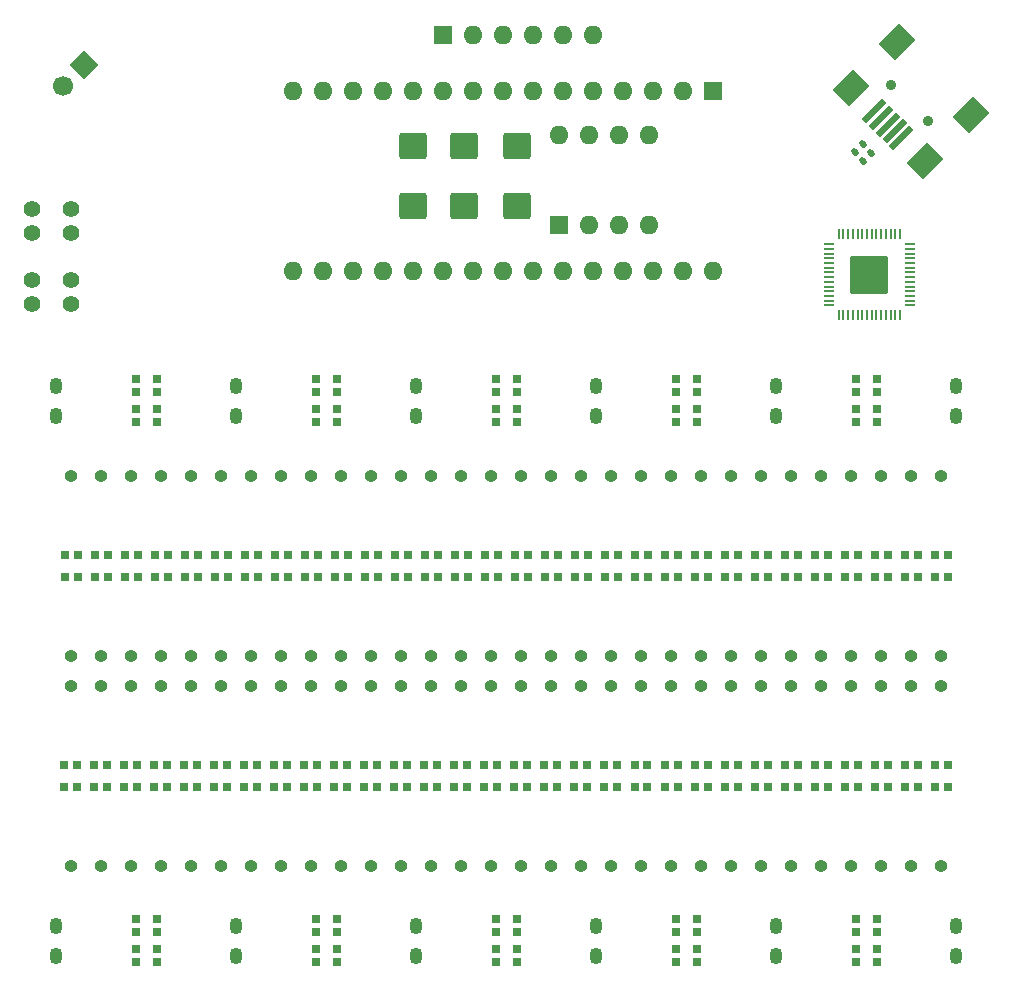
<source format=gts>
G04 #@! TF.GenerationSoftware,KiCad,Pcbnew,(7.0.0-rc1-358-g86c12d35b4)*
G04 #@! TF.CreationDate,2023-05-11T11:50:55-07:00*
G04 #@! TF.ProjectId,Jumperless2,4a756d70-6572-46c6-9573-73322e6b6963,rev?*
G04 #@! TF.SameCoordinates,Original*
G04 #@! TF.FileFunction,Soldermask,Top*
G04 #@! TF.FilePolarity,Negative*
%FSLAX46Y46*%
G04 Gerber Fmt 4.6, Leading zero omitted, Abs format (unit mm)*
G04 Created by KiCad (PCBNEW (7.0.0-rc1-358-g86c12d35b4)) date 2023-05-11 11:50:55*
%MOMM*%
%LPD*%
G01*
G04 APERTURE LIST*
G04 Aperture macros list*
%AMRoundRect*
0 Rectangle with rounded corners*
0 $1 Rounding radius*
0 $2 $3 $4 $5 $6 $7 $8 $9 X,Y pos of 4 corners*
0 Add a 4 corners polygon primitive as box body*
4,1,4,$2,$3,$4,$5,$6,$7,$8,$9,$2,$3,0*
0 Add four circle primitives for the rounded corners*
1,1,$1+$1,$2,$3*
1,1,$1+$1,$4,$5*
1,1,$1+$1,$6,$7*
1,1,$1+$1,$8,$9*
0 Add four rect primitives between the rounded corners*
20,1,$1+$1,$2,$3,$4,$5,0*
20,1,$1+$1,$4,$5,$6,$7,0*
20,1,$1+$1,$6,$7,$8,$9,0*
20,1,$1+$1,$8,$9,$2,$3,0*%
%AMHorizOval*
0 Thick line with rounded ends*
0 $1 width*
0 $2 $3 position (X,Y) of the first rounded end (center of the circle)*
0 $4 $5 position (X,Y) of the second rounded end (center of the circle)*
0 Add line between two ends*
20,1,$1,$2,$3,$4,$5,0*
0 Add two circle primitives to create the rounded ends*
1,1,$1,$2,$3*
1,1,$1,$4,$5*%
%AMRotRect*
0 Rectangle, with rotation*
0 The origin of the aperture is its center*
0 $1 length*
0 $2 width*
0 $3 Rotation angle, in degrees counterclockwise*
0 Add horizontal line*
21,1,$1,$2,0,0,$3*%
G04 Aperture macros list end*
%ADD10O,1.100000X1.400000*%
%ADD11O,1.100000X1.000000*%
%ADD12R,0.700000X0.700000*%
%ADD13R,1.600000X1.600000*%
%ADD14O,1.600000X1.600000*%
%ADD15C,0.900000*%
%ADD16RotRect,0.500000X2.500000X135.000000*%
%ADD17RotRect,2.000000X2.500000X135.000000*%
%ADD18RoundRect,0.250000X-0.925000X0.875000X-0.925000X-0.875000X0.925000X-0.875000X0.925000X0.875000X0*%
%ADD19C,1.400000*%
%ADD20RoundRect,0.140000X-0.021213X0.219203X-0.219203X0.021213X0.021213X-0.219203X0.219203X-0.021213X0*%
%ADD21RotRect,1.700000X1.700000X315.000000*%
%ADD22HorizOval,1.700000X0.000000X0.000000X0.000000X0.000000X0*%
%ADD23R,1.500000X1.500000*%
%ADD24RoundRect,0.050000X-0.387500X-0.050000X0.387500X-0.050000X0.387500X0.050000X-0.387500X0.050000X0*%
%ADD25RoundRect,0.050000X-0.050000X-0.387500X0.050000X-0.387500X0.050000X0.387500X-0.050000X0.387500X0*%
%ADD26RoundRect,0.144000X-1.456000X-1.456000X1.456000X-1.456000X1.456000X1.456000X-1.456000X1.456000X0*%
G04 APERTURE END LIST*
D10*
G04 #@! TO.C,J4*
X37769999Y-138417299D03*
X53009999Y-138417299D03*
X53009999Y-138417299D03*
X68249999Y-138417299D03*
X68249999Y-138417299D03*
X83489999Y-138417299D03*
X83489999Y-138417299D03*
X98729999Y-138417299D03*
X98729999Y-138417299D03*
X113969999Y-138417299D03*
D11*
X39039999Y-143497299D03*
X39039999Y-158737299D03*
X39039999Y-158737299D03*
X41579999Y-143497299D03*
X41579999Y-158737299D03*
X44119999Y-143497299D03*
X44119999Y-158737299D03*
X46659999Y-143497299D03*
X46659999Y-158737299D03*
X49199999Y-143497299D03*
X49199999Y-158737299D03*
X51739999Y-143497299D03*
X51739999Y-158737299D03*
X54279999Y-143497299D03*
X54279999Y-158737299D03*
X56819999Y-143497299D03*
X56819999Y-158737299D03*
X59359999Y-143497299D03*
X59359999Y-158737299D03*
X61899999Y-143497299D03*
X61899999Y-158737299D03*
X64439999Y-143497299D03*
X64439999Y-158737299D03*
X66979999Y-143497299D03*
X66979999Y-158737299D03*
X69519999Y-143497299D03*
X69519999Y-158737299D03*
X72059999Y-143497299D03*
X72059999Y-158737299D03*
X74599999Y-143497299D03*
X74599999Y-158737299D03*
X77139999Y-143497299D03*
X77139999Y-158737299D03*
X79679999Y-143497299D03*
X79679999Y-158737299D03*
X82219999Y-143497299D03*
X82219999Y-158737299D03*
X84759999Y-143497299D03*
X84759999Y-158737299D03*
X87299999Y-143497299D03*
X87299999Y-158737299D03*
X89839999Y-143497299D03*
X89839999Y-158737299D03*
X92379999Y-143497299D03*
X92379999Y-158737299D03*
X94919999Y-143497299D03*
X94919999Y-158737299D03*
X97459999Y-143497299D03*
X97459999Y-158737299D03*
X99999999Y-143497299D03*
X99999999Y-158737299D03*
X102539999Y-143497299D03*
X102539999Y-158737299D03*
X105079999Y-143497299D03*
X105079999Y-158737299D03*
X107619999Y-143497299D03*
X107619999Y-158737299D03*
X110159999Y-143497299D03*
X110159999Y-158737299D03*
X112699999Y-143497299D03*
X112699999Y-158737299D03*
D10*
X37769999Y-135877299D03*
X53009999Y-135877299D03*
X53009999Y-135877299D03*
X68249999Y-135877299D03*
X68249999Y-135877299D03*
X83489999Y-135877299D03*
X83489999Y-135877299D03*
X98729999Y-135877299D03*
X98729999Y-135877299D03*
X113969999Y-135877299D03*
X37769999Y-184149999D03*
X53009999Y-184137299D03*
X53009999Y-184137299D03*
X68249999Y-184137299D03*
X68249999Y-184137299D03*
X83489999Y-184137299D03*
X83489999Y-184137299D03*
X98729999Y-184137299D03*
X98729999Y-184137299D03*
X113969999Y-184137299D03*
D11*
X39039999Y-161277299D03*
X39039999Y-176517299D03*
X41579999Y-161277299D03*
X41579999Y-176517299D03*
X44119999Y-161277299D03*
X44119999Y-176517299D03*
X46659999Y-161277299D03*
X46659999Y-176517299D03*
X49199999Y-161277299D03*
X49199999Y-176517299D03*
X51739999Y-161277299D03*
X51739999Y-176517299D03*
X54279999Y-161277299D03*
X54279999Y-176517299D03*
X56819999Y-161277299D03*
X56819999Y-176517299D03*
X59359999Y-161277299D03*
X59359999Y-176517299D03*
X61899999Y-161277299D03*
X61899999Y-176517299D03*
X64439999Y-161277299D03*
X64439999Y-176517299D03*
X66979999Y-161277299D03*
X66979999Y-176517299D03*
X69519999Y-161277299D03*
X69519999Y-176517299D03*
X72059999Y-161277299D03*
X72059999Y-176517299D03*
X74599999Y-161277299D03*
X74599999Y-176517299D03*
X77139999Y-161277299D03*
X77139999Y-176517299D03*
X79679999Y-161277299D03*
X79679999Y-176517299D03*
X82219999Y-161277299D03*
X82219999Y-176517299D03*
X84759999Y-161277299D03*
X84759999Y-176517299D03*
X87299999Y-161277299D03*
X87299999Y-176517299D03*
X89839999Y-161277299D03*
X89839999Y-176517299D03*
X92379999Y-161277299D03*
X92379999Y-176517299D03*
X94919999Y-161277299D03*
X94919999Y-176517299D03*
X97459999Y-161277299D03*
X97459999Y-176517299D03*
X99999999Y-161277299D03*
X99999999Y-176517299D03*
X102539999Y-161277299D03*
X102539999Y-176517299D03*
X105079999Y-161277299D03*
X105079999Y-176517299D03*
X107619999Y-161277299D03*
X107619999Y-176517299D03*
X110159999Y-161277299D03*
X110159999Y-176517299D03*
X112699999Y-161277299D03*
X112699999Y-176517299D03*
D10*
X37769999Y-181609999D03*
X53009999Y-181597299D03*
X53009999Y-181597299D03*
X68249999Y-181609999D03*
X68249999Y-181609999D03*
X83489999Y-181597299D03*
X83489999Y-181597299D03*
X98729999Y-181597299D03*
X98729999Y-181597299D03*
X113969999Y-181597299D03*
G04 #@! TD*
D12*
G04 #@! TO.C,D23*
X94385599Y-152044399D03*
X95485599Y-152044399D03*
X95485599Y-150214399D03*
X94385599Y-150214399D03*
G04 #@! TD*
G04 #@! TO.C,D37*
X53671399Y-169823799D03*
X54771399Y-169823799D03*
X54771399Y-167993799D03*
X53671399Y-167993799D03*
G04 #@! TD*
G04 #@! TO.C,D20*
X86757799Y-152045599D03*
X87857799Y-152045599D03*
X87857799Y-150215599D03*
X86757799Y-150215599D03*
G04 #@! TD*
G04 #@! TO.C,D25*
X99465599Y-152044399D03*
X100565599Y-152044399D03*
X100565599Y-150214399D03*
X99465599Y-150214399D03*
G04 #@! TD*
G04 #@! TO.C,D33*
X43511399Y-169823799D03*
X44611399Y-169823799D03*
X44611399Y-167993799D03*
X43511399Y-167993799D03*
G04 #@! TD*
G04 #@! TO.C,D60*
X112132399Y-169824399D03*
X113232399Y-169824399D03*
X113232399Y-167994399D03*
X112132399Y-167994399D03*
G04 #@! TD*
G04 #@! TO.C,D36*
X51131399Y-169823799D03*
X52231399Y-169823799D03*
X52231399Y-167993799D03*
X51131399Y-167993799D03*
G04 #@! TD*
G04 #@! TO.C,D83*
X61544999Y-138979999D03*
X61544999Y-137879999D03*
X59714999Y-137879999D03*
X59714999Y-138979999D03*
G04 #@! TD*
G04 #@! TO.C,D34*
X46051399Y-169823799D03*
X47151399Y-169823799D03*
X47151399Y-167993799D03*
X46051399Y-167993799D03*
G04 #@! TD*
G04 #@! TO.C,D73*
X92024999Y-182159999D03*
X92024999Y-181059999D03*
X90194999Y-181059999D03*
X90194999Y-182159999D03*
G04 #@! TD*
G04 #@! TO.C,D12*
X66437799Y-152045599D03*
X67537799Y-152045599D03*
X67537799Y-150215599D03*
X66437799Y-150215599D03*
G04 #@! TD*
G04 #@! TO.C,D11*
X63889999Y-152045599D03*
X64989999Y-152045599D03*
X64989999Y-150215599D03*
X63889999Y-150215599D03*
G04 #@! TD*
G04 #@! TO.C,D85*
X76784999Y-136439999D03*
X76784999Y-135339999D03*
X74954999Y-135339999D03*
X74954999Y-136439999D03*
G04 #@! TD*
G04 #@! TO.C,D32*
X40971399Y-169823799D03*
X42071399Y-169823799D03*
X42071399Y-167993799D03*
X40971399Y-167993799D03*
G04 #@! TD*
G04 #@! TO.C,D80*
X46304399Y-182159999D03*
X46304399Y-181059999D03*
X44474399Y-181059999D03*
X44474399Y-182159999D03*
G04 #@! TD*
G04 #@! TO.C,D9*
X58801199Y-152044999D03*
X59901199Y-152044999D03*
X59901199Y-150214999D03*
X58801199Y-150214999D03*
G04 #@! TD*
G04 #@! TO.C,D13*
X68977799Y-152045599D03*
X70077799Y-152045599D03*
X70077799Y-150215599D03*
X68977799Y-150215599D03*
G04 #@! TD*
G04 #@! TO.C,D28*
X107085599Y-152044399D03*
X108185599Y-152044399D03*
X108185599Y-150214399D03*
X107085599Y-150214399D03*
G04 #@! TD*
G04 #@! TO.C,D58*
X107052399Y-169824399D03*
X108152399Y-169824399D03*
X108152399Y-167994399D03*
X107052399Y-167994399D03*
G04 #@! TD*
G04 #@! TO.C,D74*
X92024999Y-184699999D03*
X92024999Y-183599999D03*
X90194999Y-183599999D03*
X90194999Y-184699999D03*
G04 #@! TD*
G04 #@! TO.C,D88*
X107264999Y-136439999D03*
X107264999Y-135339999D03*
X105434999Y-135339999D03*
X105434999Y-136439999D03*
G04 #@! TD*
D13*
G04 #@! TO.C,U1*
X80323999Y-122290999D03*
D14*
X82863999Y-122290999D03*
X85403999Y-122290999D03*
X87943999Y-122290999D03*
X87943999Y-114670999D03*
X85403999Y-114670999D03*
X82863999Y-114670999D03*
X80323999Y-114670999D03*
G04 #@! TD*
D12*
G04 #@! TO.C,D31*
X38423599Y-169823799D03*
X39523599Y-169823799D03*
X39523599Y-167993799D03*
X38423599Y-167993799D03*
G04 #@! TD*
G04 #@! TO.C,D8*
X56261199Y-152044999D03*
X57361199Y-152044999D03*
X57361199Y-150214999D03*
X56261199Y-150214999D03*
G04 #@! TD*
G04 #@! TO.C,D48*
X81627999Y-169825599D03*
X82727999Y-169825599D03*
X82727999Y-167995599D03*
X81627999Y-167995599D03*
G04 #@! TD*
D15*
G04 #@! TO.C,J5*
X111557095Y-113499115D03*
X108445825Y-110387845D03*
D16*
X109294352Y-114913327D03*
X108728667Y-114347642D03*
X108162981Y-113781957D03*
X107597296Y-113216271D03*
X107031611Y-112650586D03*
D17*
X111274251Y-116893226D03*
X115163339Y-113004139D03*
X105051712Y-110670687D03*
X108940799Y-106781599D03*
G04 #@! TD*
D12*
G04 #@! TO.C,D30*
X112165599Y-152044399D03*
X113265599Y-152044399D03*
X113265599Y-150214399D03*
X112165599Y-150214399D03*
G04 #@! TD*
G04 #@! TO.C,D71*
X105434999Y-183599999D03*
X105434999Y-184699999D03*
X107264999Y-184699999D03*
X107264999Y-183599999D03*
G04 #@! TD*
G04 #@! TO.C,D35*
X48591399Y-169823799D03*
X49691399Y-169823799D03*
X49691399Y-167993799D03*
X48591399Y-167993799D03*
G04 #@! TD*
G04 #@! TO.C,D1*
X38481199Y-152044999D03*
X39581199Y-152044999D03*
X39581199Y-150214999D03*
X38481199Y-150214999D03*
G04 #@! TD*
G04 #@! TO.C,D41*
X63839199Y-169824399D03*
X64939199Y-169824399D03*
X64939199Y-167994399D03*
X63839199Y-167994399D03*
G04 #@! TD*
G04 #@! TO.C,D3*
X43561199Y-152044999D03*
X44661199Y-152044999D03*
X44661199Y-150214999D03*
X43561199Y-150214999D03*
G04 #@! TD*
G04 #@! TO.C,D49*
X84167999Y-169825599D03*
X85267999Y-169825599D03*
X85267999Y-167995599D03*
X84167999Y-167995599D03*
G04 #@! TD*
D18*
G04 #@! TO.C,C3*
X67996000Y-115560000D03*
X67996000Y-120660000D03*
G04 #@! TD*
G04 #@! TO.C,C2*
X72314000Y-115560000D03*
X72314000Y-120660000D03*
G04 #@! TD*
D12*
G04 #@! TO.C,D72*
X105434999Y-181059999D03*
X105434999Y-182159999D03*
X107264999Y-182159999D03*
X107264999Y-181059999D03*
G04 #@! TD*
G04 #@! TO.C,D6*
X51181199Y-152044999D03*
X52281199Y-152044999D03*
X52281199Y-150214999D03*
X51181199Y-150214999D03*
G04 #@! TD*
D19*
G04 #@! TO.C,SW2*
X35738000Y-120936000D03*
X35738000Y-122936000D03*
X35738000Y-126936000D03*
X35738000Y-128936000D03*
X39038000Y-120936000D03*
X39038000Y-122936000D03*
X39038000Y-126936000D03*
X39038000Y-128936000D03*
G04 #@! TD*
D12*
G04 #@! TO.C,D39*
X58751399Y-169823799D03*
X59851399Y-169823799D03*
X59851399Y-167993799D03*
X58751399Y-167993799D03*
G04 #@! TD*
G04 #@! TO.C,D86*
X76784999Y-138979999D03*
X76784999Y-137879999D03*
X74954999Y-137879999D03*
X74954999Y-138979999D03*
G04 #@! TD*
G04 #@! TO.C,D54*
X96892399Y-169824399D03*
X97992399Y-169824399D03*
X97992399Y-167994399D03*
X96892399Y-167994399D03*
G04 #@! TD*
D20*
G04 #@! TO.C,R3*
X106774822Y-116161178D03*
X106096000Y-116840000D03*
G04 #@! TD*
D21*
G04 #@! TO.C,J2*
X40144761Y-108724838D03*
D22*
X38348710Y-110520889D03*
G04 #@! TD*
D12*
G04 #@! TO.C,D17*
X79137799Y-152045599D03*
X80237799Y-152045599D03*
X80237799Y-150215599D03*
X79137799Y-150215599D03*
G04 #@! TD*
G04 #@! TO.C,D46*
X76547999Y-169825599D03*
X77647999Y-169825599D03*
X77647999Y-167995599D03*
X76547999Y-167995599D03*
G04 #@! TD*
G04 #@! TO.C,D21*
X89297799Y-152044399D03*
X90397799Y-152044399D03*
X90397799Y-150214399D03*
X89297799Y-150214399D03*
G04 #@! TD*
G04 #@! TO.C,D24*
X96925599Y-152044399D03*
X98025599Y-152044399D03*
X98025599Y-150214399D03*
X96925599Y-150214399D03*
G04 #@! TD*
G04 #@! TO.C,D18*
X81677799Y-152045599D03*
X82777799Y-152045599D03*
X82777799Y-150215599D03*
X81677799Y-150215599D03*
G04 #@! TD*
G04 #@! TO.C,D56*
X101972399Y-169824399D03*
X103072399Y-169824399D03*
X103072399Y-167994399D03*
X101972399Y-167994399D03*
G04 #@! TD*
G04 #@! TO.C,D40*
X61291399Y-169823799D03*
X62391399Y-169823799D03*
X62391399Y-167993799D03*
X61291399Y-167993799D03*
G04 #@! TD*
D23*
G04 #@! TO.C,J3*
X70535999Y-106197399D03*
D14*
X73075999Y-106197399D03*
X75615999Y-106197399D03*
X78155999Y-106197399D03*
X80695999Y-106197399D03*
X83235999Y-106197399D03*
G04 #@! TD*
D12*
G04 #@! TO.C,D50*
X86715799Y-169825599D03*
X87815799Y-169825599D03*
X87815799Y-167995599D03*
X86715799Y-167995599D03*
G04 #@! TD*
G04 #@! TO.C,D52*
X91812399Y-169824399D03*
X92912399Y-169824399D03*
X92912399Y-167994399D03*
X91812399Y-167994399D03*
G04 #@! TD*
G04 #@! TO.C,D42*
X66387999Y-169825599D03*
X67487999Y-169825599D03*
X67487999Y-167995599D03*
X66387999Y-167995599D03*
G04 #@! TD*
G04 #@! TO.C,D10*
X61341199Y-152044999D03*
X62441199Y-152044999D03*
X62441199Y-150214999D03*
X61341199Y-150214999D03*
G04 #@! TD*
G04 #@! TO.C,D15*
X74057799Y-152045599D03*
X75157799Y-152045599D03*
X75157799Y-150215599D03*
X74057799Y-150215599D03*
G04 #@! TD*
G04 #@! TO.C,D5*
X48641199Y-152044999D03*
X49741199Y-152044999D03*
X49741199Y-150214999D03*
X48641199Y-150214999D03*
G04 #@! TD*
G04 #@! TO.C,D55*
X99432399Y-169824399D03*
X100532399Y-169824399D03*
X100532399Y-167994399D03*
X99432399Y-167994399D03*
G04 #@! TD*
G04 #@! TO.C,D16*
X76597799Y-152045599D03*
X77697799Y-152045599D03*
X77697799Y-150215599D03*
X76597799Y-150215599D03*
G04 #@! TD*
G04 #@! TO.C,D19*
X84217799Y-152045599D03*
X85317799Y-152045599D03*
X85317799Y-150215599D03*
X84217799Y-150215599D03*
G04 #@! TD*
G04 #@! TO.C,D45*
X74007999Y-169825599D03*
X75107999Y-169825599D03*
X75107999Y-167995599D03*
X74007999Y-167995599D03*
G04 #@! TD*
G04 #@! TO.C,D53*
X94352399Y-169824399D03*
X95452399Y-169824399D03*
X95452399Y-167994399D03*
X94352399Y-167994399D03*
G04 #@! TD*
G04 #@! TO.C,D43*
X68927999Y-169825599D03*
X70027999Y-169825599D03*
X70027999Y-167995599D03*
X68927999Y-167995599D03*
G04 #@! TD*
G04 #@! TO.C,D14*
X71517799Y-152045599D03*
X72617799Y-152045599D03*
X72617799Y-150215599D03*
X71517799Y-150215599D03*
G04 #@! TD*
G04 #@! TO.C,D87*
X107264999Y-138979999D03*
X107264999Y-137879999D03*
X105434999Y-137879999D03*
X105434999Y-138979999D03*
G04 #@! TD*
G04 #@! TO.C,D38*
X56211399Y-169823799D03*
X57311399Y-169823799D03*
X57311399Y-167993799D03*
X56211399Y-167993799D03*
G04 #@! TD*
G04 #@! TO.C,D4*
X46101199Y-152044999D03*
X47201199Y-152044999D03*
X47201199Y-150214999D03*
X46101199Y-150214999D03*
G04 #@! TD*
G04 #@! TO.C,D82*
X46304999Y-138979999D03*
X46304999Y-137879999D03*
X44474999Y-137879999D03*
X44474999Y-138979999D03*
G04 #@! TD*
G04 #@! TO.C,D7*
X53721199Y-152044999D03*
X54821199Y-152044999D03*
X54821199Y-150214999D03*
X53721199Y-150214999D03*
G04 #@! TD*
G04 #@! TO.C,D81*
X46304999Y-136439999D03*
X46304999Y-135339999D03*
X44474999Y-135339999D03*
X44474999Y-136439999D03*
G04 #@! TD*
G04 #@! TO.C,D44*
X71467999Y-169825599D03*
X72567999Y-169825599D03*
X72567999Y-167995599D03*
X71467999Y-167995599D03*
G04 #@! TD*
G04 #@! TO.C,D2*
X41021199Y-152044999D03*
X42121199Y-152044999D03*
X42121199Y-150214999D03*
X41021199Y-150214999D03*
G04 #@! TD*
G04 #@! TO.C,D27*
X104545599Y-152044399D03*
X105645599Y-152044399D03*
X105645599Y-150214399D03*
X104545599Y-150214399D03*
G04 #@! TD*
G04 #@! TO.C,D51*
X89264599Y-169824399D03*
X90364599Y-169824399D03*
X90364599Y-167994399D03*
X89264599Y-167994399D03*
G04 #@! TD*
G04 #@! TO.C,D22*
X91845599Y-152044399D03*
X92945599Y-152044399D03*
X92945599Y-150214399D03*
X91845599Y-150214399D03*
G04 #@! TD*
D20*
G04 #@! TO.C,R2*
X106056401Y-115442757D03*
X105377579Y-116121579D03*
G04 #@! TD*
D12*
G04 #@! TO.C,D57*
X104512399Y-169824399D03*
X105612399Y-169824399D03*
X105612399Y-167994399D03*
X104512399Y-167994399D03*
G04 #@! TD*
D18*
G04 #@! TO.C,C5*
X76759000Y-115560000D03*
X76759000Y-120660000D03*
G04 #@! TD*
D12*
G04 #@! TO.C,D47*
X79087999Y-169825599D03*
X80187999Y-169825599D03*
X80187999Y-167995599D03*
X79087999Y-167995599D03*
G04 #@! TD*
D13*
G04 #@! TO.C,A1*
X93395999Y-110910999D03*
D14*
X90855999Y-110910999D03*
X88315999Y-110910999D03*
X85775999Y-110910999D03*
X83235999Y-110910999D03*
X80695999Y-110910999D03*
X78155999Y-110910999D03*
X75615999Y-110910999D03*
X73075999Y-110910999D03*
X70535999Y-110910999D03*
X67995999Y-110910999D03*
X65455999Y-110910999D03*
X62915999Y-110910999D03*
X60375999Y-110910999D03*
X57835999Y-110910999D03*
X57835999Y-126150999D03*
X60375999Y-126150999D03*
X62915999Y-126150999D03*
X65455999Y-126150999D03*
X67995999Y-126150999D03*
X70535999Y-126150999D03*
X73075999Y-126150999D03*
X75615999Y-126150999D03*
X78155999Y-126150999D03*
X80695999Y-126150999D03*
X83235999Y-126150999D03*
X85775999Y-126150999D03*
X88315999Y-126150999D03*
X90855999Y-126150999D03*
X93395999Y-126150999D03*
G04 #@! TD*
D12*
G04 #@! TO.C,D79*
X46304999Y-184699999D03*
X46304999Y-183599999D03*
X44474999Y-183599999D03*
X44474999Y-184699999D03*
G04 #@! TD*
G04 #@! TO.C,D77*
X61544999Y-182159999D03*
X61544999Y-181059999D03*
X59714999Y-181059999D03*
X59714999Y-182159999D03*
G04 #@! TD*
G04 #@! TO.C,D84*
X61544999Y-136439999D03*
X61544999Y-135339999D03*
X59714999Y-135339999D03*
X59714999Y-136439999D03*
G04 #@! TD*
G04 #@! TO.C,D76*
X76784999Y-182159999D03*
X76784999Y-181059999D03*
X74954999Y-181059999D03*
X74954999Y-182159999D03*
G04 #@! TD*
G04 #@! TO.C,D26*
X102005599Y-152044399D03*
X103105599Y-152044399D03*
X103105599Y-150214399D03*
X102005599Y-150214399D03*
G04 #@! TD*
G04 #@! TO.C,D78*
X61544999Y-184699999D03*
X61544999Y-183599999D03*
X59714999Y-183599999D03*
X59714999Y-184699999D03*
G04 #@! TD*
G04 #@! TO.C,D75*
X76784999Y-184699999D03*
X76784999Y-183599999D03*
X74954999Y-183599999D03*
X74954999Y-184699999D03*
G04 #@! TD*
D24*
G04 #@! TO.C,U9*
X103161500Y-123892000D03*
X103161500Y-124292000D03*
X103161500Y-124692000D03*
X103161500Y-125092000D03*
X103161500Y-125492000D03*
X103161500Y-125892000D03*
X103161500Y-126292000D03*
X103161500Y-126692000D03*
X103161500Y-127092000D03*
X103161500Y-127492000D03*
X103161500Y-127892000D03*
X103161500Y-128292000D03*
X103161500Y-128692000D03*
X103161500Y-129092000D03*
D25*
X103999000Y-129929500D03*
X104399000Y-129929500D03*
X104799000Y-129929500D03*
X105199000Y-129929500D03*
X105599000Y-129929500D03*
X105999000Y-129929500D03*
X106399000Y-129929500D03*
X106799000Y-129929500D03*
X107199000Y-129929500D03*
X107599000Y-129929500D03*
X107999000Y-129929500D03*
X108399000Y-129929500D03*
X108799000Y-129929500D03*
X109199000Y-129929500D03*
D24*
X110036500Y-129092000D03*
X110036500Y-128692000D03*
X110036500Y-128292000D03*
X110036500Y-127892000D03*
X110036500Y-127492000D03*
X110036500Y-127092000D03*
X110036500Y-126692000D03*
X110036500Y-126292000D03*
X110036500Y-125892000D03*
X110036500Y-125492000D03*
X110036500Y-125092000D03*
X110036500Y-124692000D03*
X110036500Y-124292000D03*
X110036500Y-123892000D03*
D25*
X109199000Y-123054500D03*
X108799000Y-123054500D03*
X108399000Y-123054500D03*
X107999000Y-123054500D03*
X107599000Y-123054500D03*
X107199000Y-123054500D03*
X106799000Y-123054500D03*
X106399000Y-123054500D03*
X105999000Y-123054500D03*
X105599000Y-123054500D03*
X105199000Y-123054500D03*
X104799000Y-123054500D03*
X104399000Y-123054500D03*
X103999000Y-123054500D03*
D26*
X106599000Y-126492000D03*
G04 #@! TD*
D12*
G04 #@! TO.C,D89*
X92024999Y-136439999D03*
X92024999Y-135339999D03*
X90194999Y-135339999D03*
X90194999Y-136439999D03*
G04 #@! TD*
G04 #@! TO.C,D29*
X109625599Y-152044399D03*
X110725599Y-152044399D03*
X110725599Y-150214399D03*
X109625599Y-150214399D03*
G04 #@! TD*
G04 #@! TO.C,D90*
X92024999Y-138979999D03*
X92024999Y-137879999D03*
X90194999Y-137879999D03*
X90194999Y-138979999D03*
G04 #@! TD*
G04 #@! TO.C,D59*
X109592399Y-169824399D03*
X110692399Y-169824399D03*
X110692399Y-167994399D03*
X109592399Y-167994399D03*
G04 #@! TD*
M02*

</source>
